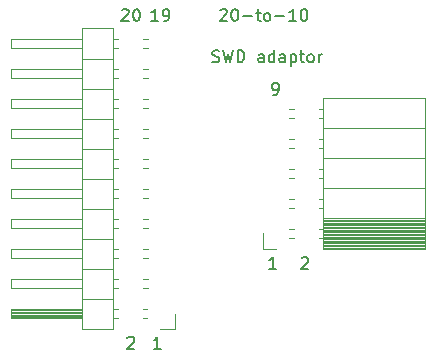
<source format=gbr>
%TF.GenerationSoftware,KiCad,Pcbnew,(5.1.9)-1*%
%TF.CreationDate,2021-11-16T01:46:06-03:00*%
%TF.ProjectId,20-10-adapter,32302d31-302d-4616-9461-707465722e6b,rev?*%
%TF.SameCoordinates,Original*%
%TF.FileFunction,Legend,Top*%
%TF.FilePolarity,Positive*%
%FSLAX46Y46*%
G04 Gerber Fmt 4.6, Leading zero omitted, Abs format (unit mm)*
G04 Created by KiCad (PCBNEW (5.1.9)-1) date 2021-11-16 01:46:06*
%MOMM*%
%LPD*%
G01*
G04 APERTURE LIST*
%ADD10C,0.150000*%
%ADD11C,0.120000*%
G04 APERTURE END LIST*
D10*
X135559523Y-60452380D02*
X135750000Y-60452380D01*
X135845238Y-60404761D01*
X135892857Y-60357142D01*
X135988095Y-60214285D01*
X136035714Y-60023809D01*
X136035714Y-59642857D01*
X135988095Y-59547619D01*
X135940476Y-59500000D01*
X135845238Y-59452380D01*
X135654761Y-59452380D01*
X135559523Y-59500000D01*
X135511904Y-59547619D01*
X135464285Y-59642857D01*
X135464285Y-59880952D01*
X135511904Y-59976190D01*
X135559523Y-60023809D01*
X135654761Y-60071428D01*
X135845238Y-60071428D01*
X135940476Y-60023809D01*
X135988095Y-59976190D01*
X136035714Y-59880952D01*
X137964285Y-74297619D02*
X138011904Y-74250000D01*
X138107142Y-74202380D01*
X138345238Y-74202380D01*
X138440476Y-74250000D01*
X138488095Y-74297619D01*
X138535714Y-74392857D01*
X138535714Y-74488095D01*
X138488095Y-74630952D01*
X137916666Y-75202380D01*
X138535714Y-75202380D01*
X135785714Y-75202380D02*
X135214285Y-75202380D01*
X135500000Y-75202380D02*
X135500000Y-74202380D01*
X135404761Y-74345238D01*
X135309523Y-74440476D01*
X135214285Y-74488095D01*
X122738095Y-53297619D02*
X122785714Y-53250000D01*
X122880952Y-53202380D01*
X123119047Y-53202380D01*
X123214285Y-53250000D01*
X123261904Y-53297619D01*
X123309523Y-53392857D01*
X123309523Y-53488095D01*
X123261904Y-53630952D01*
X122690476Y-54202380D01*
X123309523Y-54202380D01*
X123928571Y-53202380D02*
X124023809Y-53202380D01*
X124119047Y-53250000D01*
X124166666Y-53297619D01*
X124214285Y-53392857D01*
X124261904Y-53583333D01*
X124261904Y-53821428D01*
X124214285Y-54011904D01*
X124166666Y-54107142D01*
X124119047Y-54154761D01*
X124023809Y-54202380D01*
X123928571Y-54202380D01*
X123833333Y-54154761D01*
X123785714Y-54107142D01*
X123738095Y-54011904D01*
X123690476Y-53821428D01*
X123690476Y-53583333D01*
X123738095Y-53392857D01*
X123785714Y-53297619D01*
X123833333Y-53250000D01*
X123928571Y-53202380D01*
X125809523Y-54202380D02*
X125238095Y-54202380D01*
X125523809Y-54202380D02*
X125523809Y-53202380D01*
X125428571Y-53345238D01*
X125333333Y-53440476D01*
X125238095Y-53488095D01*
X126285714Y-54202380D02*
X126476190Y-54202380D01*
X126571428Y-54154761D01*
X126619047Y-54107142D01*
X126714285Y-53964285D01*
X126761904Y-53773809D01*
X126761904Y-53392857D01*
X126714285Y-53297619D01*
X126666666Y-53250000D01*
X126571428Y-53202380D01*
X126380952Y-53202380D01*
X126285714Y-53250000D01*
X126238095Y-53297619D01*
X126190476Y-53392857D01*
X126190476Y-53630952D01*
X126238095Y-53726190D01*
X126285714Y-53773809D01*
X126380952Y-53821428D01*
X126571428Y-53821428D01*
X126666666Y-53773809D01*
X126714285Y-53726190D01*
X126761904Y-53630952D01*
X126035714Y-81952380D02*
X125464285Y-81952380D01*
X125750000Y-81952380D02*
X125750000Y-80952380D01*
X125654761Y-81095238D01*
X125559523Y-81190476D01*
X125464285Y-81238095D01*
X130404761Y-57654761D02*
X130547619Y-57702380D01*
X130785714Y-57702380D01*
X130880952Y-57654761D01*
X130928571Y-57607142D01*
X130976190Y-57511904D01*
X130976190Y-57416666D01*
X130928571Y-57321428D01*
X130880952Y-57273809D01*
X130785714Y-57226190D01*
X130595238Y-57178571D01*
X130500000Y-57130952D01*
X130452380Y-57083333D01*
X130404761Y-56988095D01*
X130404761Y-56892857D01*
X130452380Y-56797619D01*
X130500000Y-56750000D01*
X130595238Y-56702380D01*
X130833333Y-56702380D01*
X130976190Y-56750000D01*
X131309523Y-56702380D02*
X131547619Y-57702380D01*
X131738095Y-56988095D01*
X131928571Y-57702380D01*
X132166666Y-56702380D01*
X132547619Y-57702380D02*
X132547619Y-56702380D01*
X132785714Y-56702380D01*
X132928571Y-56750000D01*
X133023809Y-56845238D01*
X133071428Y-56940476D01*
X133119047Y-57130952D01*
X133119047Y-57273809D01*
X133071428Y-57464285D01*
X133023809Y-57559523D01*
X132928571Y-57654761D01*
X132785714Y-57702380D01*
X132547619Y-57702380D01*
X134738095Y-57702380D02*
X134738095Y-57178571D01*
X134690476Y-57083333D01*
X134595238Y-57035714D01*
X134404761Y-57035714D01*
X134309523Y-57083333D01*
X134738095Y-57654761D02*
X134642857Y-57702380D01*
X134404761Y-57702380D01*
X134309523Y-57654761D01*
X134261904Y-57559523D01*
X134261904Y-57464285D01*
X134309523Y-57369047D01*
X134404761Y-57321428D01*
X134642857Y-57321428D01*
X134738095Y-57273809D01*
X135642857Y-57702380D02*
X135642857Y-56702380D01*
X135642857Y-57654761D02*
X135547619Y-57702380D01*
X135357142Y-57702380D01*
X135261904Y-57654761D01*
X135214285Y-57607142D01*
X135166666Y-57511904D01*
X135166666Y-57226190D01*
X135214285Y-57130952D01*
X135261904Y-57083333D01*
X135357142Y-57035714D01*
X135547619Y-57035714D01*
X135642857Y-57083333D01*
X136547619Y-57702380D02*
X136547619Y-57178571D01*
X136500000Y-57083333D01*
X136404761Y-57035714D01*
X136214285Y-57035714D01*
X136119047Y-57083333D01*
X136547619Y-57654761D02*
X136452380Y-57702380D01*
X136214285Y-57702380D01*
X136119047Y-57654761D01*
X136071428Y-57559523D01*
X136071428Y-57464285D01*
X136119047Y-57369047D01*
X136214285Y-57321428D01*
X136452380Y-57321428D01*
X136547619Y-57273809D01*
X137023809Y-57035714D02*
X137023809Y-58035714D01*
X137023809Y-57083333D02*
X137119047Y-57035714D01*
X137309523Y-57035714D01*
X137404761Y-57083333D01*
X137452380Y-57130952D01*
X137500000Y-57226190D01*
X137500000Y-57511904D01*
X137452380Y-57607142D01*
X137404761Y-57654761D01*
X137309523Y-57702380D01*
X137119047Y-57702380D01*
X137023809Y-57654761D01*
X137785714Y-57035714D02*
X138166666Y-57035714D01*
X137928571Y-56702380D02*
X137928571Y-57559523D01*
X137976190Y-57654761D01*
X138071428Y-57702380D01*
X138166666Y-57702380D01*
X138642857Y-57702380D02*
X138547619Y-57654761D01*
X138500000Y-57607142D01*
X138452380Y-57511904D01*
X138452380Y-57226190D01*
X138500000Y-57130952D01*
X138547619Y-57083333D01*
X138642857Y-57035714D01*
X138785714Y-57035714D01*
X138880952Y-57083333D01*
X138928571Y-57130952D01*
X138976190Y-57226190D01*
X138976190Y-57511904D01*
X138928571Y-57607142D01*
X138880952Y-57654761D01*
X138785714Y-57702380D01*
X138642857Y-57702380D01*
X139404761Y-57702380D02*
X139404761Y-57035714D01*
X139404761Y-57226190D02*
X139452380Y-57130952D01*
X139500000Y-57083333D01*
X139595238Y-57035714D01*
X139690476Y-57035714D01*
X131059523Y-53297619D02*
X131107142Y-53250000D01*
X131202380Y-53202380D01*
X131440476Y-53202380D01*
X131535714Y-53250000D01*
X131583333Y-53297619D01*
X131630952Y-53392857D01*
X131630952Y-53488095D01*
X131583333Y-53630952D01*
X131011904Y-54202380D01*
X131630952Y-54202380D01*
X132250000Y-53202380D02*
X132345238Y-53202380D01*
X132440476Y-53250000D01*
X132488095Y-53297619D01*
X132535714Y-53392857D01*
X132583333Y-53583333D01*
X132583333Y-53821428D01*
X132535714Y-54011904D01*
X132488095Y-54107142D01*
X132440476Y-54154761D01*
X132345238Y-54202380D01*
X132250000Y-54202380D01*
X132154761Y-54154761D01*
X132107142Y-54107142D01*
X132059523Y-54011904D01*
X132011904Y-53821428D01*
X132011904Y-53583333D01*
X132059523Y-53392857D01*
X132107142Y-53297619D01*
X132154761Y-53250000D01*
X132250000Y-53202380D01*
X133011904Y-53821428D02*
X133773809Y-53821428D01*
X134107142Y-53535714D02*
X134488095Y-53535714D01*
X134250000Y-53202380D02*
X134250000Y-54059523D01*
X134297619Y-54154761D01*
X134392857Y-54202380D01*
X134488095Y-54202380D01*
X134964285Y-54202380D02*
X134869047Y-54154761D01*
X134821428Y-54107142D01*
X134773809Y-54011904D01*
X134773809Y-53726190D01*
X134821428Y-53630952D01*
X134869047Y-53583333D01*
X134964285Y-53535714D01*
X135107142Y-53535714D01*
X135202380Y-53583333D01*
X135250000Y-53630952D01*
X135297619Y-53726190D01*
X135297619Y-54011904D01*
X135250000Y-54107142D01*
X135202380Y-54154761D01*
X135107142Y-54202380D01*
X134964285Y-54202380D01*
X135726190Y-53821428D02*
X136488095Y-53821428D01*
X137488095Y-54202380D02*
X136916666Y-54202380D01*
X137202380Y-54202380D02*
X137202380Y-53202380D01*
X137107142Y-53345238D01*
X137011904Y-53440476D01*
X136916666Y-53488095D01*
X138107142Y-53202380D02*
X138202380Y-53202380D01*
X138297619Y-53250000D01*
X138345238Y-53297619D01*
X138392857Y-53392857D01*
X138440476Y-53583333D01*
X138440476Y-53821428D01*
X138392857Y-54011904D01*
X138345238Y-54107142D01*
X138297619Y-54154761D01*
X138202380Y-54202380D01*
X138107142Y-54202380D01*
X138011904Y-54154761D01*
X137964285Y-54107142D01*
X137916666Y-54011904D01*
X137869047Y-53821428D01*
X137869047Y-53583333D01*
X137916666Y-53392857D01*
X137964285Y-53297619D01*
X138011904Y-53250000D01*
X138107142Y-53202380D01*
X123214285Y-81047619D02*
X123261904Y-81000000D01*
X123357142Y-80952380D01*
X123595238Y-80952380D01*
X123690476Y-81000000D01*
X123738095Y-81047619D01*
X123785714Y-81142857D01*
X123785714Y-81238095D01*
X123738095Y-81380952D01*
X123166666Y-81952380D01*
X123785714Y-81952380D01*
D11*
%TO.C,J2*%
X122020000Y-80330000D02*
X122020000Y-54810000D01*
X122020000Y-54810000D02*
X119360000Y-54810000D01*
X119360000Y-54810000D02*
X119360000Y-80330000D01*
X119360000Y-80330000D02*
X122020000Y-80330000D01*
X119360000Y-79380000D02*
X113360000Y-79380000D01*
X113360000Y-79380000D02*
X113360000Y-78620000D01*
X113360000Y-78620000D02*
X119360000Y-78620000D01*
X119360000Y-79320000D02*
X113360000Y-79320000D01*
X119360000Y-79200000D02*
X113360000Y-79200000D01*
X119360000Y-79080000D02*
X113360000Y-79080000D01*
X119360000Y-78960000D02*
X113360000Y-78960000D01*
X119360000Y-78840000D02*
X113360000Y-78840000D01*
X119360000Y-78720000D02*
X113360000Y-78720000D01*
X122417071Y-79380000D02*
X122020000Y-79380000D01*
X122417071Y-78620000D02*
X122020000Y-78620000D01*
X124890000Y-79380000D02*
X124502929Y-79380000D01*
X124890000Y-78620000D02*
X124502929Y-78620000D01*
X122020000Y-77730000D02*
X119360000Y-77730000D01*
X119360000Y-76840000D02*
X113360000Y-76840000D01*
X113360000Y-76840000D02*
X113360000Y-76080000D01*
X113360000Y-76080000D02*
X119360000Y-76080000D01*
X122417071Y-76840000D02*
X122020000Y-76840000D01*
X122417071Y-76080000D02*
X122020000Y-76080000D01*
X124957071Y-76840000D02*
X124502929Y-76840000D01*
X124957071Y-76080000D02*
X124502929Y-76080000D01*
X122020000Y-75190000D02*
X119360000Y-75190000D01*
X119360000Y-74300000D02*
X113360000Y-74300000D01*
X113360000Y-74300000D02*
X113360000Y-73540000D01*
X113360000Y-73540000D02*
X119360000Y-73540000D01*
X122417071Y-74300000D02*
X122020000Y-74300000D01*
X122417071Y-73540000D02*
X122020000Y-73540000D01*
X124957071Y-74300000D02*
X124502929Y-74300000D01*
X124957071Y-73540000D02*
X124502929Y-73540000D01*
X122020000Y-72650000D02*
X119360000Y-72650000D01*
X119360000Y-71760000D02*
X113360000Y-71760000D01*
X113360000Y-71760000D02*
X113360000Y-71000000D01*
X113360000Y-71000000D02*
X119360000Y-71000000D01*
X122417071Y-71760000D02*
X122020000Y-71760000D01*
X122417071Y-71000000D02*
X122020000Y-71000000D01*
X124957071Y-71760000D02*
X124502929Y-71760000D01*
X124957071Y-71000000D02*
X124502929Y-71000000D01*
X122020000Y-70110000D02*
X119360000Y-70110000D01*
X119360000Y-69220000D02*
X113360000Y-69220000D01*
X113360000Y-69220000D02*
X113360000Y-68460000D01*
X113360000Y-68460000D02*
X119360000Y-68460000D01*
X122417071Y-69220000D02*
X122020000Y-69220000D01*
X122417071Y-68460000D02*
X122020000Y-68460000D01*
X124957071Y-69220000D02*
X124502929Y-69220000D01*
X124957071Y-68460000D02*
X124502929Y-68460000D01*
X122020000Y-67570000D02*
X119360000Y-67570000D01*
X119360000Y-66680000D02*
X113360000Y-66680000D01*
X113360000Y-66680000D02*
X113360000Y-65920000D01*
X113360000Y-65920000D02*
X119360000Y-65920000D01*
X122417071Y-66680000D02*
X122020000Y-66680000D01*
X122417071Y-65920000D02*
X122020000Y-65920000D01*
X124957071Y-66680000D02*
X124502929Y-66680000D01*
X124957071Y-65920000D02*
X124502929Y-65920000D01*
X122020000Y-65030000D02*
X119360000Y-65030000D01*
X119360000Y-64140000D02*
X113360000Y-64140000D01*
X113360000Y-64140000D02*
X113360000Y-63380000D01*
X113360000Y-63380000D02*
X119360000Y-63380000D01*
X122417071Y-64140000D02*
X122020000Y-64140000D01*
X122417071Y-63380000D02*
X122020000Y-63380000D01*
X124957071Y-64140000D02*
X124502929Y-64140000D01*
X124957071Y-63380000D02*
X124502929Y-63380000D01*
X122020000Y-62490000D02*
X119360000Y-62490000D01*
X119360000Y-61600000D02*
X113360000Y-61600000D01*
X113360000Y-61600000D02*
X113360000Y-60840000D01*
X113360000Y-60840000D02*
X119360000Y-60840000D01*
X122417071Y-61600000D02*
X122020000Y-61600000D01*
X122417071Y-60840000D02*
X122020000Y-60840000D01*
X124957071Y-61600000D02*
X124502929Y-61600000D01*
X124957071Y-60840000D02*
X124502929Y-60840000D01*
X122020000Y-59950000D02*
X119360000Y-59950000D01*
X119360000Y-59060000D02*
X113360000Y-59060000D01*
X113360000Y-59060000D02*
X113360000Y-58300000D01*
X113360000Y-58300000D02*
X119360000Y-58300000D01*
X122417071Y-59060000D02*
X122020000Y-59060000D01*
X122417071Y-58300000D02*
X122020000Y-58300000D01*
X124957071Y-59060000D02*
X124502929Y-59060000D01*
X124957071Y-58300000D02*
X124502929Y-58300000D01*
X122020000Y-57410000D02*
X119360000Y-57410000D01*
X119360000Y-56520000D02*
X113360000Y-56520000D01*
X113360000Y-56520000D02*
X113360000Y-55760000D01*
X113360000Y-55760000D02*
X119360000Y-55760000D01*
X122417071Y-56520000D02*
X122020000Y-56520000D01*
X122417071Y-55760000D02*
X122020000Y-55760000D01*
X124957071Y-56520000D02*
X124502929Y-56520000D01*
X124957071Y-55760000D02*
X124502929Y-55760000D01*
X127270000Y-79000000D02*
X127270000Y-80270000D01*
X127270000Y-80270000D02*
X126000000Y-80270000D01*
%TO.C,J1*%
X148430000Y-73410000D02*
X139800000Y-73410000D01*
X148430000Y-73291905D02*
X139800000Y-73291905D01*
X148430000Y-73173810D02*
X139800000Y-73173810D01*
X148430000Y-73055715D02*
X139800000Y-73055715D01*
X148430000Y-72937620D02*
X139800000Y-72937620D01*
X148430000Y-72819525D02*
X139800000Y-72819525D01*
X148430000Y-72701430D02*
X139800000Y-72701430D01*
X148430000Y-72583335D02*
X139800000Y-72583335D01*
X148430000Y-72465240D02*
X139800000Y-72465240D01*
X148430000Y-72347145D02*
X139800000Y-72347145D01*
X148430000Y-72229050D02*
X139800000Y-72229050D01*
X148430000Y-72110955D02*
X139800000Y-72110955D01*
X148430000Y-71992860D02*
X139800000Y-71992860D01*
X148430000Y-71874765D02*
X139800000Y-71874765D01*
X148430000Y-71756670D02*
X139800000Y-71756670D01*
X148430000Y-71638575D02*
X139800000Y-71638575D01*
X148430000Y-71520480D02*
X139800000Y-71520480D01*
X148430000Y-71402385D02*
X139800000Y-71402385D01*
X148430000Y-71284290D02*
X139800000Y-71284290D01*
X148430000Y-71166195D02*
X139800000Y-71166195D01*
X148430000Y-71048100D02*
X139800000Y-71048100D01*
X139800000Y-72560000D02*
X139390000Y-72560000D01*
X137290000Y-72560000D02*
X136910000Y-72560000D01*
X139800000Y-71840000D02*
X139390000Y-71840000D01*
X137290000Y-71840000D02*
X136910000Y-71840000D01*
X139800000Y-70020000D02*
X139390000Y-70020000D01*
X137290000Y-70020000D02*
X136850000Y-70020000D01*
X139800000Y-69300000D02*
X139390000Y-69300000D01*
X137290000Y-69300000D02*
X136850000Y-69300000D01*
X139800000Y-67480000D02*
X139390000Y-67480000D01*
X137290000Y-67480000D02*
X136850000Y-67480000D01*
X139800000Y-66760000D02*
X139390000Y-66760000D01*
X137290000Y-66760000D02*
X136850000Y-66760000D01*
X139800000Y-64940000D02*
X139390000Y-64940000D01*
X137290000Y-64940000D02*
X136850000Y-64940000D01*
X139800000Y-64220000D02*
X139390000Y-64220000D01*
X137290000Y-64220000D02*
X136850000Y-64220000D01*
X139800000Y-62400000D02*
X139390000Y-62400000D01*
X137290000Y-62400000D02*
X136850000Y-62400000D01*
X139800000Y-61680000D02*
X139390000Y-61680000D01*
X137290000Y-61680000D02*
X136850000Y-61680000D01*
X148430000Y-70930000D02*
X139800000Y-70930000D01*
X148430000Y-68390000D02*
X139800000Y-68390000D01*
X148430000Y-65850000D02*
X139800000Y-65850000D01*
X148430000Y-63310000D02*
X139800000Y-63310000D01*
X148430000Y-73530000D02*
X139800000Y-73530000D01*
X139800000Y-73530000D02*
X139800000Y-60710000D01*
X148430000Y-60710000D02*
X139800000Y-60710000D01*
X148430000Y-73530000D02*
X148430000Y-60710000D01*
X134690000Y-73530000D02*
X134690000Y-72200000D01*
X135800000Y-73530000D02*
X134690000Y-73530000D01*
%TD*%
M02*

</source>
